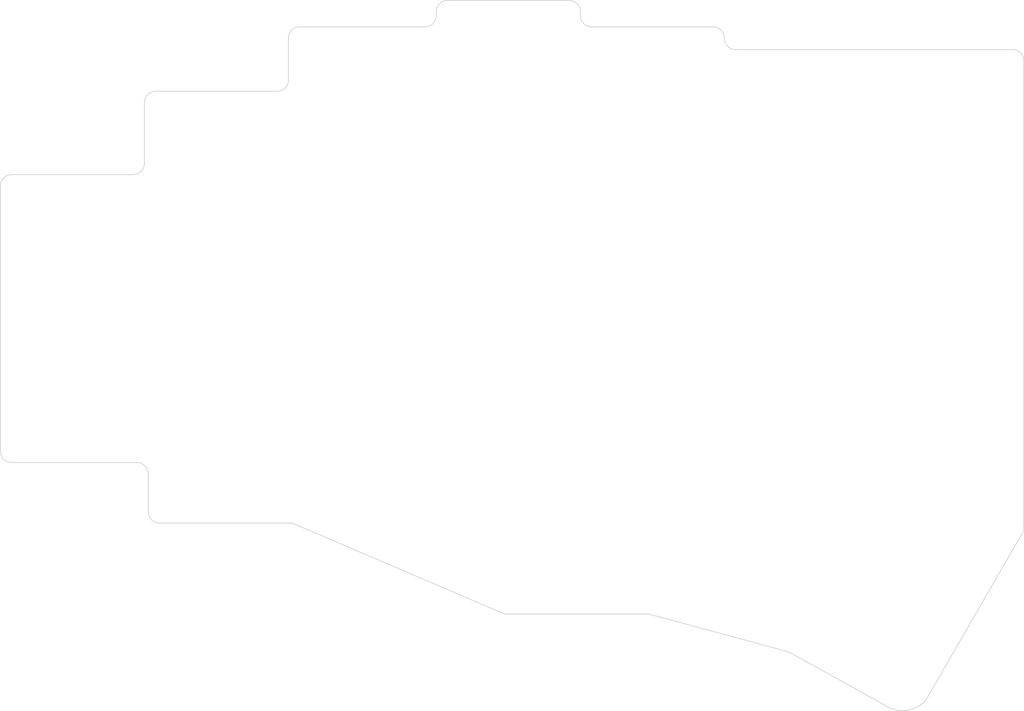
<source format=kicad_pcb>
(kicad_pcb (version 20211014) (generator pcbnew)
  (layers (0 "F.Cu" signal) (31 "B.Cu" signal) (34 "B.Paste" user) (35 "F.Paste" user) (36 "B.SilkS" user "B.Silkscreen") (37 "F.SilkS" user "F.Silkscreen") (38 "B.Mask" user) (39 "F.Mask" user) (44 "Edge.Cuts" user))
  (net 0 "")
  (footprint "kbd:thread_m2" (layer "F.Cu") (at 178.5 123)
    (fp_text reference "H2" hide)
    (fp_text value "MountingHole" hide)
    (pad "" np_thru_hole circle locked (at 0 0) (size 2.3 2.3) (drill 2.3) (layers *.Cu *.Mask))
  )
  (footprint "kbd:thread_m2" (layer "F.Cu") (at 87.5 93.5)
    (fp_text reference "H3" hide)
    (fp_text value "MountingHole" hide)
    (pad "" np_thru_hole circle locked (at 0 0) (size 2.3 2.3) (drill 2.3) (layers *.Cu *.Mask))
  )
  (footprint "kbd:thread_m2" (layer "F.Cu") (at 165 77)
    (fp_text reference "H5" hide)
    (fp_text value "MountingHole" hide)
    (pad "" np_thru_hole circle locked (at 0 0) (size 2.3 2.3) (drill 2.3) (layers *.Cu *.Mask))
  )
  (footprint "kbd:thread_m2" (layer "F.Cu") (at 107.5 74.5)
    (fp_text reference "H1" hide)
    (fp_text value "MountingHole" hide)
    (pad "" np_thru_hole circle locked (at 0 0) (size 2.3 2.3) (drill 2.3) (layers *.Cu *.Mask))
  )
  (footprint "kbd:thread_m2" (layer "F.Cu") (at 127 109)
    (fp_text reference "H4" hide)
    (fp_text value "MountingHole" hide)
    (pad "" np_thru_hole circle locked (at 0 0) (size 2.3 2.3) (drill 2.3) (layers *.Cu *.Mask))
  )
  (gr_line (start 126 53) (end 126 53.5) (layer "Edge.Cuts") (width 0.1))
  (gr_line (start 145 53.5) (end 145 53) (layer "Edge.Cuts") (width 0.1))
  (gr_line (start 135 132.5) (end 154 132.5) (layer "Edge.Cuts") (width 0.1))
  (gr_line (start 190.5 144) (end 203.5 121.5) (layer "Edge.Cuts") (width 0.1))
  (gr_line (start 202 58) (end 165.5 58) (layer "Edge.Cuts") (width 0.1))
  (gr_line (start 89.5 120.5) (end 107 120.5) (layer "Edge.Cuts") (width 0.1))
  (gr_arc (start 86.5 112.5) (mid 87.56066 112.93934) (end 88 114) (layer "Edge.Cuts") (width 0.1))
  (gr_line (start 87.5 65) (end 87.5 73) (layer "Edge.Cuts") (width 0.1))
  (gr_arc (start 87.5 65) (mid 87.93934 63.93934) (end 89 63.5) (layer "Edge.Cuts") (width 0.1))
  (gr_line (start 143.5 51.5) (end 127.5 51.5) (layer "Edge.Cuts") (width 0.1))
  (gr_arc (start 106.5 62) (mid 106.06066 63.06066) (end 105 63.5) (layer "Edge.Cuts") (width 0.1))
  (gr_line (start 107 120.5) (end 135 132.5) (layer "Edge.Cuts") (width 0.1))
  (gr_arc (start 202 58) (mid 203.06066 58.43934) (end 203.5 59.5) (layer "Edge.Cuts") (width 0.1))
  (gr_arc (start 68.5 76) (mid 68.93934 74.93934) (end 70 74.5) (layer "Edge.Cuts") (width 0.1))
  (gr_line (start 203.5 121.5) (end 203.5 59.5) (layer "Edge.Cuts") (width 0.1))
  (gr_line (start 108.5 55) (end 108 55) (layer "Edge.Cuts") (width 0.1))
  (gr_arc (start 89.5 120.5) (mid 88.43934 120.06066) (end 88 119) (layer "Edge.Cuts") (width 0.1))
  (gr_arc (start 165.5 58) (mid 164.43934 57.56066) (end 164 56.5) (layer "Edge.Cuts") (width 0.1))
  (gr_arc (start 70 112.5) (mid 68.93934 112.06066) (end 68.5 111) (layer "Edge.Cuts") (width 0.1))
  (gr_line (start 105 63.5) (end 89 63.5) (layer "Edge.Cuts") (width 0.1))
  (gr_line (start 88 114) (end 88 119) (layer "Edge.Cuts") (width 0.1))
  (gr_line (start 106.5 56.5) (end 106.5 62) (layer "Edge.Cuts") (width 0.1))
  (gr_arc (start 190.5 144) (mid 187.849935 145.228185) (end 185.034016 144.452378) (layer "Edge.Cuts") (width 0.1))
  (gr_line (start 124.5 55) (end 108.5 55) (layer "Edge.Cuts") (width 0.1))
  (gr_arc (start 143.5 51.5) (mid 144.56066 51.93934) (end 145 53) (layer "Edge.Cuts") (width 0.1))
  (gr_line (start 86 74.5) (end 70 74.5) (layer "Edge.Cuts") (width 0.1))
  (gr_arc (start 87.5 73) (mid 87.06066 74.06066) (end 86 74.5) (layer "Edge.Cuts") (width 0.1))
  (gr_arc (start 146.5 55) (mid 145.43934 54.56066) (end 145 53.5) (layer "Edge.Cuts") (width 0.1))
  (gr_arc (start 126 53.5) (mid 125.56066 54.56066) (end 124.5 55) (layer "Edge.Cuts") (width 0.1))
  (gr_arc (start 126 53) (mid 126.43934 51.93934) (end 127.5 51.5) (layer "Edge.Cuts") (width 0.1))
  (gr_line (start 70 112.5) (end 86.5 112.5) (layer "Edge.Cuts") (width 0.1))
  (gr_arc (start 162.5 55) (mid 163.56066 55.43934) (end 164 56.5) (layer "Edge.Cuts") (width 0.1))
  (gr_line (start 185.034016 144.452378) (end 172.5 137.5) (layer "Edge.Cuts") (width 0.1))
  (gr_line (start 162.5 55) (end 146.5 55) (layer "Edge.Cuts") (width 0.1))
  (gr_arc (start 106.5 56.5) (mid 106.93934 55.43934) (end 108 55) (layer "Edge.Cuts") (width 0.1))
  (gr_line (start 68.5 76) (end 68.5 111) (layer "Edge.Cuts") (width 0.1))
  (gr_line (start 154 132.5) (end 172.5 137.5) (layer "Edge.Cuts") (width 0.1))
)
</source>
